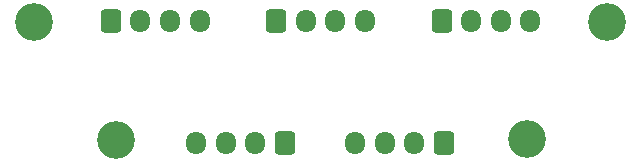
<source format=gbs>
%TF.GenerationSoftware,KiCad,Pcbnew,8.0.2*%
%TF.CreationDate,2024-12-05T13:35:58-07:00*%
%TF.ProjectId,cansplitterV3,63616e73-706c-4697-9474-657256332e6b,rev?*%
%TF.SameCoordinates,Original*%
%TF.FileFunction,Soldermask,Bot*%
%TF.FilePolarity,Negative*%
%FSLAX46Y46*%
G04 Gerber Fmt 4.6, Leading zero omitted, Abs format (unit mm)*
G04 Created by KiCad (PCBNEW 8.0.2) date 2024-12-05 13:35:58*
%MOMM*%
%LPD*%
G01*
G04 APERTURE LIST*
G04 Aperture macros list*
%AMRoundRect*
0 Rectangle with rounded corners*
0 $1 Rounding radius*
0 $2 $3 $4 $5 $6 $7 $8 $9 X,Y pos of 4 corners*
0 Add a 4 corners polygon primitive as box body*
4,1,4,$2,$3,$4,$5,$6,$7,$8,$9,$2,$3,0*
0 Add four circle primitives for the rounded corners*
1,1,$1+$1,$2,$3*
1,1,$1+$1,$4,$5*
1,1,$1+$1,$6,$7*
1,1,$1+$1,$8,$9*
0 Add four rect primitives between the rounded corners*
20,1,$1+$1,$2,$3,$4,$5,0*
20,1,$1+$1,$4,$5,$6,$7,0*
20,1,$1+$1,$6,$7,$8,$9,0*
20,1,$1+$1,$8,$9,$2,$3,0*%
G04 Aperture macros list end*
%ADD10C,3.200000*%
%ADD11RoundRect,0.250000X-0.600000X-0.725000X0.600000X-0.725000X0.600000X0.725000X-0.600000X0.725000X0*%
%ADD12O,1.700000X1.950000*%
%ADD13RoundRect,0.250000X0.600000X0.725000X-0.600000X0.725000X-0.600000X-0.725000X0.600000X-0.725000X0*%
G04 APERTURE END LIST*
D10*
%TO.C,H2*%
X80400000Y-53975000D03*
%TD*%
D11*
%TO.C,J5*%
X108000000Y-43875000D03*
D12*
X110500000Y-43875000D03*
X113000000Y-43875000D03*
X115500000Y-43875000D03*
%TD*%
D11*
%TO.C,J3*%
X80000000Y-43875000D03*
D12*
X82500000Y-43875000D03*
X85000000Y-43875000D03*
X87500000Y-43875000D03*
%TD*%
D10*
%TO.C,H2*%
X122000000Y-44000000D03*
%TD*%
D13*
%TO.C,J1*%
X108200000Y-54200000D03*
D12*
X105700000Y-54200000D03*
X103200000Y-54200000D03*
X100700000Y-54200000D03*
%TD*%
D10*
%TO.C,H2*%
X73500000Y-44000000D03*
%TD*%
D11*
%TO.C,J4*%
X94000000Y-43900000D03*
D12*
X96500000Y-43900000D03*
X99000000Y-43900000D03*
X101500000Y-43900000D03*
%TD*%
D13*
%TO.C,J2*%
X94700000Y-54200000D03*
D12*
X92200000Y-54200000D03*
X89700000Y-54200000D03*
X87200000Y-54200000D03*
%TD*%
D10*
%TO.C,H2*%
X115200000Y-53900000D03*
%TD*%
M02*

</source>
